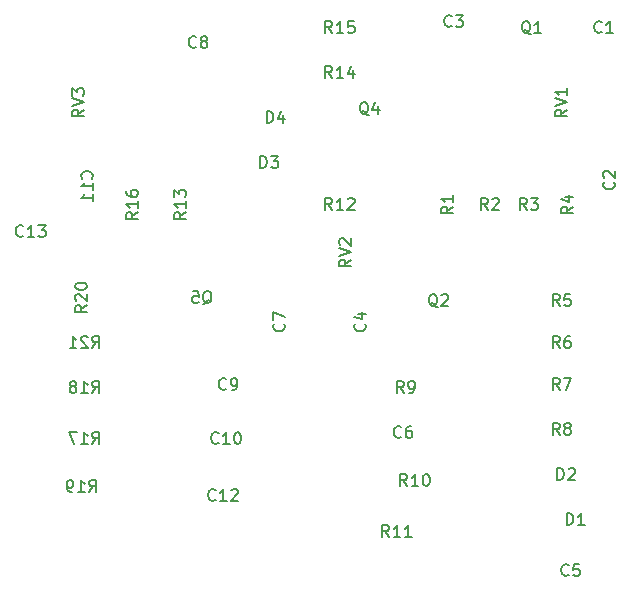
<source format=gbr>
%TF.GenerationSoftware,KiCad,Pcbnew,7.0.11+dfsg-1build4*%
%TF.CreationDate,2025-11-16T21:21:00-05:00*%
%TF.ProjectId,Distortion-01-BMP,44697374-6f72-4746-996f-6e2d30312d42,rev?*%
%TF.SameCoordinates,Original*%
%TF.FileFunction,Legend,Bot*%
%TF.FilePolarity,Positive*%
%FSLAX46Y46*%
G04 Gerber Fmt 4.6, Leading zero omitted, Abs format (unit mm)*
G04 Created by KiCad (PCBNEW 7.0.11+dfsg-1build4) date 2025-11-16 21:21:00*
%MOMM*%
%LPD*%
G01*
G04 APERTURE LIST*
%ADD10C,0.150000*%
G04 APERTURE END LIST*
D10*
X151217333Y-52429580D02*
X151169714Y-52477200D01*
X151169714Y-52477200D02*
X151026857Y-52524819D01*
X151026857Y-52524819D02*
X150931619Y-52524819D01*
X150931619Y-52524819D02*
X150788762Y-52477200D01*
X150788762Y-52477200D02*
X150693524Y-52381961D01*
X150693524Y-52381961D02*
X150645905Y-52286723D01*
X150645905Y-52286723D02*
X150598286Y-52096247D01*
X150598286Y-52096247D02*
X150598286Y-51953390D01*
X150598286Y-51953390D02*
X150645905Y-51762914D01*
X150645905Y-51762914D02*
X150693524Y-51667676D01*
X150693524Y-51667676D02*
X150788762Y-51572438D01*
X150788762Y-51572438D02*
X150931619Y-51524819D01*
X150931619Y-51524819D02*
X151026857Y-51524819D01*
X151026857Y-51524819D02*
X151169714Y-51572438D01*
X151169714Y-51572438D02*
X151217333Y-51620057D01*
X152169714Y-52524819D02*
X151598286Y-52524819D01*
X151884000Y-52524819D02*
X151884000Y-51524819D01*
X151884000Y-51524819D02*
X151788762Y-51667676D01*
X151788762Y-51667676D02*
X151693524Y-51762914D01*
X151693524Y-51762914D02*
X151598286Y-51810533D01*
X152251580Y-65150666D02*
X152299200Y-65198285D01*
X152299200Y-65198285D02*
X152346819Y-65341142D01*
X152346819Y-65341142D02*
X152346819Y-65436380D01*
X152346819Y-65436380D02*
X152299200Y-65579237D01*
X152299200Y-65579237D02*
X152203961Y-65674475D01*
X152203961Y-65674475D02*
X152108723Y-65722094D01*
X152108723Y-65722094D02*
X151918247Y-65769713D01*
X151918247Y-65769713D02*
X151775390Y-65769713D01*
X151775390Y-65769713D02*
X151584914Y-65722094D01*
X151584914Y-65722094D02*
X151489676Y-65674475D01*
X151489676Y-65674475D02*
X151394438Y-65579237D01*
X151394438Y-65579237D02*
X151346819Y-65436380D01*
X151346819Y-65436380D02*
X151346819Y-65341142D01*
X151346819Y-65341142D02*
X151394438Y-65198285D01*
X151394438Y-65198285D02*
X151442057Y-65150666D01*
X151442057Y-64769713D02*
X151394438Y-64722094D01*
X151394438Y-64722094D02*
X151346819Y-64626856D01*
X151346819Y-64626856D02*
X151346819Y-64388761D01*
X151346819Y-64388761D02*
X151394438Y-64293523D01*
X151394438Y-64293523D02*
X151442057Y-64245904D01*
X151442057Y-64245904D02*
X151537295Y-64198285D01*
X151537295Y-64198285D02*
X151632533Y-64198285D01*
X151632533Y-64198285D02*
X151775390Y-64245904D01*
X151775390Y-64245904D02*
X152346819Y-64817332D01*
X152346819Y-64817332D02*
X152346819Y-64198285D01*
X138517333Y-51921580D02*
X138469714Y-51969200D01*
X138469714Y-51969200D02*
X138326857Y-52016819D01*
X138326857Y-52016819D02*
X138231619Y-52016819D01*
X138231619Y-52016819D02*
X138088762Y-51969200D01*
X138088762Y-51969200D02*
X137993524Y-51873961D01*
X137993524Y-51873961D02*
X137945905Y-51778723D01*
X137945905Y-51778723D02*
X137898286Y-51588247D01*
X137898286Y-51588247D02*
X137898286Y-51445390D01*
X137898286Y-51445390D02*
X137945905Y-51254914D01*
X137945905Y-51254914D02*
X137993524Y-51159676D01*
X137993524Y-51159676D02*
X138088762Y-51064438D01*
X138088762Y-51064438D02*
X138231619Y-51016819D01*
X138231619Y-51016819D02*
X138326857Y-51016819D01*
X138326857Y-51016819D02*
X138469714Y-51064438D01*
X138469714Y-51064438D02*
X138517333Y-51112057D01*
X138850667Y-51016819D02*
X139469714Y-51016819D01*
X139469714Y-51016819D02*
X139136381Y-51397771D01*
X139136381Y-51397771D02*
X139279238Y-51397771D01*
X139279238Y-51397771D02*
X139374476Y-51445390D01*
X139374476Y-51445390D02*
X139422095Y-51493009D01*
X139422095Y-51493009D02*
X139469714Y-51588247D01*
X139469714Y-51588247D02*
X139469714Y-51826342D01*
X139469714Y-51826342D02*
X139422095Y-51921580D01*
X139422095Y-51921580D02*
X139374476Y-51969200D01*
X139374476Y-51969200D02*
X139279238Y-52016819D01*
X139279238Y-52016819D02*
X138993524Y-52016819D01*
X138993524Y-52016819D02*
X138898286Y-51969200D01*
X138898286Y-51969200D02*
X138850667Y-51921580D01*
X131169580Y-77144666D02*
X131217200Y-77192285D01*
X131217200Y-77192285D02*
X131264819Y-77335142D01*
X131264819Y-77335142D02*
X131264819Y-77430380D01*
X131264819Y-77430380D02*
X131217200Y-77573237D01*
X131217200Y-77573237D02*
X131121961Y-77668475D01*
X131121961Y-77668475D02*
X131026723Y-77716094D01*
X131026723Y-77716094D02*
X130836247Y-77763713D01*
X130836247Y-77763713D02*
X130693390Y-77763713D01*
X130693390Y-77763713D02*
X130502914Y-77716094D01*
X130502914Y-77716094D02*
X130407676Y-77668475D01*
X130407676Y-77668475D02*
X130312438Y-77573237D01*
X130312438Y-77573237D02*
X130264819Y-77430380D01*
X130264819Y-77430380D02*
X130264819Y-77335142D01*
X130264819Y-77335142D02*
X130312438Y-77192285D01*
X130312438Y-77192285D02*
X130360057Y-77144666D01*
X130598152Y-76287523D02*
X131264819Y-76287523D01*
X130217200Y-76525618D02*
X130931485Y-76763713D01*
X130931485Y-76763713D02*
X130931485Y-76144666D01*
X148423333Y-98403580D02*
X148375714Y-98451200D01*
X148375714Y-98451200D02*
X148232857Y-98498819D01*
X148232857Y-98498819D02*
X148137619Y-98498819D01*
X148137619Y-98498819D02*
X147994762Y-98451200D01*
X147994762Y-98451200D02*
X147899524Y-98355961D01*
X147899524Y-98355961D02*
X147851905Y-98260723D01*
X147851905Y-98260723D02*
X147804286Y-98070247D01*
X147804286Y-98070247D02*
X147804286Y-97927390D01*
X147804286Y-97927390D02*
X147851905Y-97736914D01*
X147851905Y-97736914D02*
X147899524Y-97641676D01*
X147899524Y-97641676D02*
X147994762Y-97546438D01*
X147994762Y-97546438D02*
X148137619Y-97498819D01*
X148137619Y-97498819D02*
X148232857Y-97498819D01*
X148232857Y-97498819D02*
X148375714Y-97546438D01*
X148375714Y-97546438D02*
X148423333Y-97594057D01*
X149328095Y-97498819D02*
X148851905Y-97498819D01*
X148851905Y-97498819D02*
X148804286Y-97975009D01*
X148804286Y-97975009D02*
X148851905Y-97927390D01*
X148851905Y-97927390D02*
X148947143Y-97879771D01*
X148947143Y-97879771D02*
X149185238Y-97879771D01*
X149185238Y-97879771D02*
X149280476Y-97927390D01*
X149280476Y-97927390D02*
X149328095Y-97975009D01*
X149328095Y-97975009D02*
X149375714Y-98070247D01*
X149375714Y-98070247D02*
X149375714Y-98308342D01*
X149375714Y-98308342D02*
X149328095Y-98403580D01*
X149328095Y-98403580D02*
X149280476Y-98451200D01*
X149280476Y-98451200D02*
X149185238Y-98498819D01*
X149185238Y-98498819D02*
X148947143Y-98498819D01*
X148947143Y-98498819D02*
X148851905Y-98451200D01*
X148851905Y-98451200D02*
X148804286Y-98403580D01*
X134239333Y-86719580D02*
X134191714Y-86767200D01*
X134191714Y-86767200D02*
X134048857Y-86814819D01*
X134048857Y-86814819D02*
X133953619Y-86814819D01*
X133953619Y-86814819D02*
X133810762Y-86767200D01*
X133810762Y-86767200D02*
X133715524Y-86671961D01*
X133715524Y-86671961D02*
X133667905Y-86576723D01*
X133667905Y-86576723D02*
X133620286Y-86386247D01*
X133620286Y-86386247D02*
X133620286Y-86243390D01*
X133620286Y-86243390D02*
X133667905Y-86052914D01*
X133667905Y-86052914D02*
X133715524Y-85957676D01*
X133715524Y-85957676D02*
X133810762Y-85862438D01*
X133810762Y-85862438D02*
X133953619Y-85814819D01*
X133953619Y-85814819D02*
X134048857Y-85814819D01*
X134048857Y-85814819D02*
X134191714Y-85862438D01*
X134191714Y-85862438D02*
X134239333Y-85910057D01*
X135096476Y-85814819D02*
X134906000Y-85814819D01*
X134906000Y-85814819D02*
X134810762Y-85862438D01*
X134810762Y-85862438D02*
X134763143Y-85910057D01*
X134763143Y-85910057D02*
X134667905Y-86052914D01*
X134667905Y-86052914D02*
X134620286Y-86243390D01*
X134620286Y-86243390D02*
X134620286Y-86624342D01*
X134620286Y-86624342D02*
X134667905Y-86719580D01*
X134667905Y-86719580D02*
X134715524Y-86767200D01*
X134715524Y-86767200D02*
X134810762Y-86814819D01*
X134810762Y-86814819D02*
X135001238Y-86814819D01*
X135001238Y-86814819D02*
X135096476Y-86767200D01*
X135096476Y-86767200D02*
X135144095Y-86719580D01*
X135144095Y-86719580D02*
X135191714Y-86624342D01*
X135191714Y-86624342D02*
X135191714Y-86386247D01*
X135191714Y-86386247D02*
X135144095Y-86291009D01*
X135144095Y-86291009D02*
X135096476Y-86243390D01*
X135096476Y-86243390D02*
X135001238Y-86195771D01*
X135001238Y-86195771D02*
X134810762Y-86195771D01*
X134810762Y-86195771D02*
X134715524Y-86243390D01*
X134715524Y-86243390D02*
X134667905Y-86291009D01*
X134667905Y-86291009D02*
X134620286Y-86386247D01*
X124311580Y-77144666D02*
X124359200Y-77192285D01*
X124359200Y-77192285D02*
X124406819Y-77335142D01*
X124406819Y-77335142D02*
X124406819Y-77430380D01*
X124406819Y-77430380D02*
X124359200Y-77573237D01*
X124359200Y-77573237D02*
X124263961Y-77668475D01*
X124263961Y-77668475D02*
X124168723Y-77716094D01*
X124168723Y-77716094D02*
X123978247Y-77763713D01*
X123978247Y-77763713D02*
X123835390Y-77763713D01*
X123835390Y-77763713D02*
X123644914Y-77716094D01*
X123644914Y-77716094D02*
X123549676Y-77668475D01*
X123549676Y-77668475D02*
X123454438Y-77573237D01*
X123454438Y-77573237D02*
X123406819Y-77430380D01*
X123406819Y-77430380D02*
X123406819Y-77335142D01*
X123406819Y-77335142D02*
X123454438Y-77192285D01*
X123454438Y-77192285D02*
X123502057Y-77144666D01*
X123406819Y-76811332D02*
X123406819Y-76144666D01*
X123406819Y-76144666D02*
X124406819Y-76573237D01*
X119427333Y-82655580D02*
X119379714Y-82703200D01*
X119379714Y-82703200D02*
X119236857Y-82750819D01*
X119236857Y-82750819D02*
X119141619Y-82750819D01*
X119141619Y-82750819D02*
X118998762Y-82703200D01*
X118998762Y-82703200D02*
X118903524Y-82607961D01*
X118903524Y-82607961D02*
X118855905Y-82512723D01*
X118855905Y-82512723D02*
X118808286Y-82322247D01*
X118808286Y-82322247D02*
X118808286Y-82179390D01*
X118808286Y-82179390D02*
X118855905Y-81988914D01*
X118855905Y-81988914D02*
X118903524Y-81893676D01*
X118903524Y-81893676D02*
X118998762Y-81798438D01*
X118998762Y-81798438D02*
X119141619Y-81750819D01*
X119141619Y-81750819D02*
X119236857Y-81750819D01*
X119236857Y-81750819D02*
X119379714Y-81798438D01*
X119379714Y-81798438D02*
X119427333Y-81846057D01*
X119903524Y-82750819D02*
X120094000Y-82750819D01*
X120094000Y-82750819D02*
X120189238Y-82703200D01*
X120189238Y-82703200D02*
X120236857Y-82655580D01*
X120236857Y-82655580D02*
X120332095Y-82512723D01*
X120332095Y-82512723D02*
X120379714Y-82322247D01*
X120379714Y-82322247D02*
X120379714Y-81941295D01*
X120379714Y-81941295D02*
X120332095Y-81846057D01*
X120332095Y-81846057D02*
X120284476Y-81798438D01*
X120284476Y-81798438D02*
X120189238Y-81750819D01*
X120189238Y-81750819D02*
X119998762Y-81750819D01*
X119998762Y-81750819D02*
X119903524Y-81798438D01*
X119903524Y-81798438D02*
X119855905Y-81846057D01*
X119855905Y-81846057D02*
X119808286Y-81941295D01*
X119808286Y-81941295D02*
X119808286Y-82179390D01*
X119808286Y-82179390D02*
X119855905Y-82274628D01*
X119855905Y-82274628D02*
X119903524Y-82322247D01*
X119903524Y-82322247D02*
X119998762Y-82369866D01*
X119998762Y-82369866D02*
X120189238Y-82369866D01*
X120189238Y-82369866D02*
X120284476Y-82322247D01*
X120284476Y-82322247D02*
X120332095Y-82274628D01*
X120332095Y-82274628D02*
X120379714Y-82179390D01*
X118777142Y-87227580D02*
X118729523Y-87275200D01*
X118729523Y-87275200D02*
X118586666Y-87322819D01*
X118586666Y-87322819D02*
X118491428Y-87322819D01*
X118491428Y-87322819D02*
X118348571Y-87275200D01*
X118348571Y-87275200D02*
X118253333Y-87179961D01*
X118253333Y-87179961D02*
X118205714Y-87084723D01*
X118205714Y-87084723D02*
X118158095Y-86894247D01*
X118158095Y-86894247D02*
X118158095Y-86751390D01*
X118158095Y-86751390D02*
X118205714Y-86560914D01*
X118205714Y-86560914D02*
X118253333Y-86465676D01*
X118253333Y-86465676D02*
X118348571Y-86370438D01*
X118348571Y-86370438D02*
X118491428Y-86322819D01*
X118491428Y-86322819D02*
X118586666Y-86322819D01*
X118586666Y-86322819D02*
X118729523Y-86370438D01*
X118729523Y-86370438D02*
X118777142Y-86418057D01*
X119729523Y-87322819D02*
X119158095Y-87322819D01*
X119443809Y-87322819D02*
X119443809Y-86322819D01*
X119443809Y-86322819D02*
X119348571Y-86465676D01*
X119348571Y-86465676D02*
X119253333Y-86560914D01*
X119253333Y-86560914D02*
X119158095Y-86608533D01*
X120348571Y-86322819D02*
X120443809Y-86322819D01*
X120443809Y-86322819D02*
X120539047Y-86370438D01*
X120539047Y-86370438D02*
X120586666Y-86418057D01*
X120586666Y-86418057D02*
X120634285Y-86513295D01*
X120634285Y-86513295D02*
X120681904Y-86703771D01*
X120681904Y-86703771D02*
X120681904Y-86941866D01*
X120681904Y-86941866D02*
X120634285Y-87132342D01*
X120634285Y-87132342D02*
X120586666Y-87227580D01*
X120586666Y-87227580D02*
X120539047Y-87275200D01*
X120539047Y-87275200D02*
X120443809Y-87322819D01*
X120443809Y-87322819D02*
X120348571Y-87322819D01*
X120348571Y-87322819D02*
X120253333Y-87275200D01*
X120253333Y-87275200D02*
X120205714Y-87227580D01*
X120205714Y-87227580D02*
X120158095Y-87132342D01*
X120158095Y-87132342D02*
X120110476Y-86941866D01*
X120110476Y-86941866D02*
X120110476Y-86703771D01*
X120110476Y-86703771D02*
X120158095Y-86513295D01*
X120158095Y-86513295D02*
X120205714Y-86418057D01*
X120205714Y-86418057D02*
X120253333Y-86370438D01*
X120253333Y-86370438D02*
X120348571Y-86322819D01*
X118523142Y-92053580D02*
X118475523Y-92101200D01*
X118475523Y-92101200D02*
X118332666Y-92148819D01*
X118332666Y-92148819D02*
X118237428Y-92148819D01*
X118237428Y-92148819D02*
X118094571Y-92101200D01*
X118094571Y-92101200D02*
X117999333Y-92005961D01*
X117999333Y-92005961D02*
X117951714Y-91910723D01*
X117951714Y-91910723D02*
X117904095Y-91720247D01*
X117904095Y-91720247D02*
X117904095Y-91577390D01*
X117904095Y-91577390D02*
X117951714Y-91386914D01*
X117951714Y-91386914D02*
X117999333Y-91291676D01*
X117999333Y-91291676D02*
X118094571Y-91196438D01*
X118094571Y-91196438D02*
X118237428Y-91148819D01*
X118237428Y-91148819D02*
X118332666Y-91148819D01*
X118332666Y-91148819D02*
X118475523Y-91196438D01*
X118475523Y-91196438D02*
X118523142Y-91244057D01*
X119475523Y-92148819D02*
X118904095Y-92148819D01*
X119189809Y-92148819D02*
X119189809Y-91148819D01*
X119189809Y-91148819D02*
X119094571Y-91291676D01*
X119094571Y-91291676D02*
X118999333Y-91386914D01*
X118999333Y-91386914D02*
X118904095Y-91434533D01*
X119856476Y-91244057D02*
X119904095Y-91196438D01*
X119904095Y-91196438D02*
X119999333Y-91148819D01*
X119999333Y-91148819D02*
X120237428Y-91148819D01*
X120237428Y-91148819D02*
X120332666Y-91196438D01*
X120332666Y-91196438D02*
X120380285Y-91244057D01*
X120380285Y-91244057D02*
X120427904Y-91339295D01*
X120427904Y-91339295D02*
X120427904Y-91434533D01*
X120427904Y-91434533D02*
X120380285Y-91577390D01*
X120380285Y-91577390D02*
X119808857Y-92148819D01*
X119808857Y-92148819D02*
X120427904Y-92148819D01*
X102243142Y-69701580D02*
X102195523Y-69749200D01*
X102195523Y-69749200D02*
X102052666Y-69796819D01*
X102052666Y-69796819D02*
X101957428Y-69796819D01*
X101957428Y-69796819D02*
X101814571Y-69749200D01*
X101814571Y-69749200D02*
X101719333Y-69653961D01*
X101719333Y-69653961D02*
X101671714Y-69558723D01*
X101671714Y-69558723D02*
X101624095Y-69368247D01*
X101624095Y-69368247D02*
X101624095Y-69225390D01*
X101624095Y-69225390D02*
X101671714Y-69034914D01*
X101671714Y-69034914D02*
X101719333Y-68939676D01*
X101719333Y-68939676D02*
X101814571Y-68844438D01*
X101814571Y-68844438D02*
X101957428Y-68796819D01*
X101957428Y-68796819D02*
X102052666Y-68796819D01*
X102052666Y-68796819D02*
X102195523Y-68844438D01*
X102195523Y-68844438D02*
X102243142Y-68892057D01*
X103195523Y-69796819D02*
X102624095Y-69796819D01*
X102909809Y-69796819D02*
X102909809Y-68796819D01*
X102909809Y-68796819D02*
X102814571Y-68939676D01*
X102814571Y-68939676D02*
X102719333Y-69034914D01*
X102719333Y-69034914D02*
X102624095Y-69082533D01*
X103528857Y-68796819D02*
X104147904Y-68796819D01*
X104147904Y-68796819D02*
X103814571Y-69177771D01*
X103814571Y-69177771D02*
X103957428Y-69177771D01*
X103957428Y-69177771D02*
X104052666Y-69225390D01*
X104052666Y-69225390D02*
X104100285Y-69273009D01*
X104100285Y-69273009D02*
X104147904Y-69368247D01*
X104147904Y-69368247D02*
X104147904Y-69606342D01*
X104147904Y-69606342D02*
X104100285Y-69701580D01*
X104100285Y-69701580D02*
X104052666Y-69749200D01*
X104052666Y-69749200D02*
X103957428Y-69796819D01*
X103957428Y-69796819D02*
X103671714Y-69796819D01*
X103671714Y-69796819D02*
X103576476Y-69749200D01*
X103576476Y-69749200D02*
X103528857Y-69701580D01*
X148241905Y-94180819D02*
X148241905Y-93180819D01*
X148241905Y-93180819D02*
X148480000Y-93180819D01*
X148480000Y-93180819D02*
X148622857Y-93228438D01*
X148622857Y-93228438D02*
X148718095Y-93323676D01*
X148718095Y-93323676D02*
X148765714Y-93418914D01*
X148765714Y-93418914D02*
X148813333Y-93609390D01*
X148813333Y-93609390D02*
X148813333Y-93752247D01*
X148813333Y-93752247D02*
X148765714Y-93942723D01*
X148765714Y-93942723D02*
X148718095Y-94037961D01*
X148718095Y-94037961D02*
X148622857Y-94133200D01*
X148622857Y-94133200D02*
X148480000Y-94180819D01*
X148480000Y-94180819D02*
X148241905Y-94180819D01*
X149765714Y-94180819D02*
X149194286Y-94180819D01*
X149480000Y-94180819D02*
X149480000Y-93180819D01*
X149480000Y-93180819D02*
X149384762Y-93323676D01*
X149384762Y-93323676D02*
X149289524Y-93418914D01*
X149289524Y-93418914D02*
X149194286Y-93466533D01*
X147461905Y-90370819D02*
X147461905Y-89370819D01*
X147461905Y-89370819D02*
X147700000Y-89370819D01*
X147700000Y-89370819D02*
X147842857Y-89418438D01*
X147842857Y-89418438D02*
X147938095Y-89513676D01*
X147938095Y-89513676D02*
X147985714Y-89608914D01*
X147985714Y-89608914D02*
X148033333Y-89799390D01*
X148033333Y-89799390D02*
X148033333Y-89942247D01*
X148033333Y-89942247D02*
X147985714Y-90132723D01*
X147985714Y-90132723D02*
X147938095Y-90227961D01*
X147938095Y-90227961D02*
X147842857Y-90323200D01*
X147842857Y-90323200D02*
X147700000Y-90370819D01*
X147700000Y-90370819D02*
X147461905Y-90370819D01*
X148414286Y-89466057D02*
X148461905Y-89418438D01*
X148461905Y-89418438D02*
X148557143Y-89370819D01*
X148557143Y-89370819D02*
X148795238Y-89370819D01*
X148795238Y-89370819D02*
X148890476Y-89418438D01*
X148890476Y-89418438D02*
X148938095Y-89466057D01*
X148938095Y-89466057D02*
X148985714Y-89561295D01*
X148985714Y-89561295D02*
X148985714Y-89656533D01*
X148985714Y-89656533D02*
X148938095Y-89799390D01*
X148938095Y-89799390D02*
X148366667Y-90370819D01*
X148366667Y-90370819D02*
X148985714Y-90370819D01*
X122315905Y-63954819D02*
X122315905Y-62954819D01*
X122315905Y-62954819D02*
X122554000Y-62954819D01*
X122554000Y-62954819D02*
X122696857Y-63002438D01*
X122696857Y-63002438D02*
X122792095Y-63097676D01*
X122792095Y-63097676D02*
X122839714Y-63192914D01*
X122839714Y-63192914D02*
X122887333Y-63383390D01*
X122887333Y-63383390D02*
X122887333Y-63526247D01*
X122887333Y-63526247D02*
X122839714Y-63716723D01*
X122839714Y-63716723D02*
X122792095Y-63811961D01*
X122792095Y-63811961D02*
X122696857Y-63907200D01*
X122696857Y-63907200D02*
X122554000Y-63954819D01*
X122554000Y-63954819D02*
X122315905Y-63954819D01*
X123220667Y-62954819D02*
X123839714Y-62954819D01*
X123839714Y-62954819D02*
X123506381Y-63335771D01*
X123506381Y-63335771D02*
X123649238Y-63335771D01*
X123649238Y-63335771D02*
X123744476Y-63383390D01*
X123744476Y-63383390D02*
X123792095Y-63431009D01*
X123792095Y-63431009D02*
X123839714Y-63526247D01*
X123839714Y-63526247D02*
X123839714Y-63764342D01*
X123839714Y-63764342D02*
X123792095Y-63859580D01*
X123792095Y-63859580D02*
X123744476Y-63907200D01*
X123744476Y-63907200D02*
X123649238Y-63954819D01*
X123649238Y-63954819D02*
X123363524Y-63954819D01*
X123363524Y-63954819D02*
X123268286Y-63907200D01*
X123268286Y-63907200D02*
X123220667Y-63859580D01*
X122841905Y-60144819D02*
X122841905Y-59144819D01*
X122841905Y-59144819D02*
X123080000Y-59144819D01*
X123080000Y-59144819D02*
X123222857Y-59192438D01*
X123222857Y-59192438D02*
X123318095Y-59287676D01*
X123318095Y-59287676D02*
X123365714Y-59382914D01*
X123365714Y-59382914D02*
X123413333Y-59573390D01*
X123413333Y-59573390D02*
X123413333Y-59716247D01*
X123413333Y-59716247D02*
X123365714Y-59906723D01*
X123365714Y-59906723D02*
X123318095Y-60001961D01*
X123318095Y-60001961D02*
X123222857Y-60097200D01*
X123222857Y-60097200D02*
X123080000Y-60144819D01*
X123080000Y-60144819D02*
X122841905Y-60144819D01*
X124270476Y-59478152D02*
X124270476Y-60144819D01*
X124032381Y-59097200D02*
X123794286Y-59811485D01*
X123794286Y-59811485D02*
X124413333Y-59811485D01*
X145192761Y-52620057D02*
X145097523Y-52572438D01*
X145097523Y-52572438D02*
X145002285Y-52477200D01*
X145002285Y-52477200D02*
X144859428Y-52334342D01*
X144859428Y-52334342D02*
X144764190Y-52286723D01*
X144764190Y-52286723D02*
X144668952Y-52286723D01*
X144716571Y-52524819D02*
X144621333Y-52477200D01*
X144621333Y-52477200D02*
X144526095Y-52381961D01*
X144526095Y-52381961D02*
X144478476Y-52191485D01*
X144478476Y-52191485D02*
X144478476Y-51858152D01*
X144478476Y-51858152D02*
X144526095Y-51667676D01*
X144526095Y-51667676D02*
X144621333Y-51572438D01*
X144621333Y-51572438D02*
X144716571Y-51524819D01*
X144716571Y-51524819D02*
X144907047Y-51524819D01*
X144907047Y-51524819D02*
X145002285Y-51572438D01*
X145002285Y-51572438D02*
X145097523Y-51667676D01*
X145097523Y-51667676D02*
X145145142Y-51858152D01*
X145145142Y-51858152D02*
X145145142Y-52191485D01*
X145145142Y-52191485D02*
X145097523Y-52381961D01*
X145097523Y-52381961D02*
X145002285Y-52477200D01*
X145002285Y-52477200D02*
X144907047Y-52524819D01*
X144907047Y-52524819D02*
X144716571Y-52524819D01*
X146097523Y-52524819D02*
X145526095Y-52524819D01*
X145811809Y-52524819D02*
X145811809Y-51524819D01*
X145811809Y-51524819D02*
X145716571Y-51667676D01*
X145716571Y-51667676D02*
X145621333Y-51762914D01*
X145621333Y-51762914D02*
X145526095Y-51810533D01*
X137318761Y-75734057D02*
X137223523Y-75686438D01*
X137223523Y-75686438D02*
X137128285Y-75591200D01*
X137128285Y-75591200D02*
X136985428Y-75448342D01*
X136985428Y-75448342D02*
X136890190Y-75400723D01*
X136890190Y-75400723D02*
X136794952Y-75400723D01*
X136842571Y-75638819D02*
X136747333Y-75591200D01*
X136747333Y-75591200D02*
X136652095Y-75495961D01*
X136652095Y-75495961D02*
X136604476Y-75305485D01*
X136604476Y-75305485D02*
X136604476Y-74972152D01*
X136604476Y-74972152D02*
X136652095Y-74781676D01*
X136652095Y-74781676D02*
X136747333Y-74686438D01*
X136747333Y-74686438D02*
X136842571Y-74638819D01*
X136842571Y-74638819D02*
X137033047Y-74638819D01*
X137033047Y-74638819D02*
X137128285Y-74686438D01*
X137128285Y-74686438D02*
X137223523Y-74781676D01*
X137223523Y-74781676D02*
X137271142Y-74972152D01*
X137271142Y-74972152D02*
X137271142Y-75305485D01*
X137271142Y-75305485D02*
X137223523Y-75495961D01*
X137223523Y-75495961D02*
X137128285Y-75591200D01*
X137128285Y-75591200D02*
X137033047Y-75638819D01*
X137033047Y-75638819D02*
X136842571Y-75638819D01*
X137652095Y-74734057D02*
X137699714Y-74686438D01*
X137699714Y-74686438D02*
X137794952Y-74638819D01*
X137794952Y-74638819D02*
X138033047Y-74638819D01*
X138033047Y-74638819D02*
X138128285Y-74686438D01*
X138128285Y-74686438D02*
X138175904Y-74734057D01*
X138175904Y-74734057D02*
X138223523Y-74829295D01*
X138223523Y-74829295D02*
X138223523Y-74924533D01*
X138223523Y-74924533D02*
X138175904Y-75067390D01*
X138175904Y-75067390D02*
X137604476Y-75638819D01*
X137604476Y-75638819D02*
X138223523Y-75638819D01*
X131476761Y-59478057D02*
X131381523Y-59430438D01*
X131381523Y-59430438D02*
X131286285Y-59335200D01*
X131286285Y-59335200D02*
X131143428Y-59192342D01*
X131143428Y-59192342D02*
X131048190Y-59144723D01*
X131048190Y-59144723D02*
X130952952Y-59144723D01*
X131000571Y-59382819D02*
X130905333Y-59335200D01*
X130905333Y-59335200D02*
X130810095Y-59239961D01*
X130810095Y-59239961D02*
X130762476Y-59049485D01*
X130762476Y-59049485D02*
X130762476Y-58716152D01*
X130762476Y-58716152D02*
X130810095Y-58525676D01*
X130810095Y-58525676D02*
X130905333Y-58430438D01*
X130905333Y-58430438D02*
X131000571Y-58382819D01*
X131000571Y-58382819D02*
X131191047Y-58382819D01*
X131191047Y-58382819D02*
X131286285Y-58430438D01*
X131286285Y-58430438D02*
X131381523Y-58525676D01*
X131381523Y-58525676D02*
X131429142Y-58716152D01*
X131429142Y-58716152D02*
X131429142Y-59049485D01*
X131429142Y-59049485D02*
X131381523Y-59239961D01*
X131381523Y-59239961D02*
X131286285Y-59335200D01*
X131286285Y-59335200D02*
X131191047Y-59382819D01*
X131191047Y-59382819D02*
X131000571Y-59382819D01*
X132286285Y-58716152D02*
X132286285Y-59382819D01*
X132048190Y-58335200D02*
X131810095Y-59049485D01*
X131810095Y-59049485D02*
X132429142Y-59049485D01*
X117443238Y-75480057D02*
X117538476Y-75432438D01*
X117538476Y-75432438D02*
X117633714Y-75337200D01*
X117633714Y-75337200D02*
X117776571Y-75194342D01*
X117776571Y-75194342D02*
X117871809Y-75146723D01*
X117871809Y-75146723D02*
X117967047Y-75146723D01*
X117919428Y-75384819D02*
X118014666Y-75337200D01*
X118014666Y-75337200D02*
X118109904Y-75241961D01*
X118109904Y-75241961D02*
X118157523Y-75051485D01*
X118157523Y-75051485D02*
X118157523Y-74718152D01*
X118157523Y-74718152D02*
X118109904Y-74527676D01*
X118109904Y-74527676D02*
X118014666Y-74432438D01*
X118014666Y-74432438D02*
X117919428Y-74384819D01*
X117919428Y-74384819D02*
X117728952Y-74384819D01*
X117728952Y-74384819D02*
X117633714Y-74432438D01*
X117633714Y-74432438D02*
X117538476Y-74527676D01*
X117538476Y-74527676D02*
X117490857Y-74718152D01*
X117490857Y-74718152D02*
X117490857Y-75051485D01*
X117490857Y-75051485D02*
X117538476Y-75241961D01*
X117538476Y-75241961D02*
X117633714Y-75337200D01*
X117633714Y-75337200D02*
X117728952Y-75384819D01*
X117728952Y-75384819D02*
X117919428Y-75384819D01*
X116586095Y-74384819D02*
X117062285Y-74384819D01*
X117062285Y-74384819D02*
X117109904Y-74861009D01*
X117109904Y-74861009D02*
X117062285Y-74813390D01*
X117062285Y-74813390D02*
X116967047Y-74765771D01*
X116967047Y-74765771D02*
X116728952Y-74765771D01*
X116728952Y-74765771D02*
X116633714Y-74813390D01*
X116633714Y-74813390D02*
X116586095Y-74861009D01*
X116586095Y-74861009D02*
X116538476Y-74956247D01*
X116538476Y-74956247D02*
X116538476Y-75194342D01*
X116538476Y-75194342D02*
X116586095Y-75289580D01*
X116586095Y-75289580D02*
X116633714Y-75337200D01*
X116633714Y-75337200D02*
X116728952Y-75384819D01*
X116728952Y-75384819D02*
X116967047Y-75384819D01*
X116967047Y-75384819D02*
X117062285Y-75337200D01*
X117062285Y-75337200D02*
X117109904Y-75289580D01*
X138630819Y-67222666D02*
X138154628Y-67555999D01*
X138630819Y-67794094D02*
X137630819Y-67794094D01*
X137630819Y-67794094D02*
X137630819Y-67413142D01*
X137630819Y-67413142D02*
X137678438Y-67317904D01*
X137678438Y-67317904D02*
X137726057Y-67270285D01*
X137726057Y-67270285D02*
X137821295Y-67222666D01*
X137821295Y-67222666D02*
X137964152Y-67222666D01*
X137964152Y-67222666D02*
X138059390Y-67270285D01*
X138059390Y-67270285D02*
X138107009Y-67317904D01*
X138107009Y-67317904D02*
X138154628Y-67413142D01*
X138154628Y-67413142D02*
X138154628Y-67794094D01*
X138630819Y-66270285D02*
X138630819Y-66841713D01*
X138630819Y-66555999D02*
X137630819Y-66555999D01*
X137630819Y-66555999D02*
X137773676Y-66651237D01*
X137773676Y-66651237D02*
X137868914Y-66746475D01*
X137868914Y-66746475D02*
X137916533Y-66841713D01*
X141565333Y-67510819D02*
X141232000Y-67034628D01*
X140993905Y-67510819D02*
X140993905Y-66510819D01*
X140993905Y-66510819D02*
X141374857Y-66510819D01*
X141374857Y-66510819D02*
X141470095Y-66558438D01*
X141470095Y-66558438D02*
X141517714Y-66606057D01*
X141517714Y-66606057D02*
X141565333Y-66701295D01*
X141565333Y-66701295D02*
X141565333Y-66844152D01*
X141565333Y-66844152D02*
X141517714Y-66939390D01*
X141517714Y-66939390D02*
X141470095Y-66987009D01*
X141470095Y-66987009D02*
X141374857Y-67034628D01*
X141374857Y-67034628D02*
X140993905Y-67034628D01*
X141946286Y-66606057D02*
X141993905Y-66558438D01*
X141993905Y-66558438D02*
X142089143Y-66510819D01*
X142089143Y-66510819D02*
X142327238Y-66510819D01*
X142327238Y-66510819D02*
X142422476Y-66558438D01*
X142422476Y-66558438D02*
X142470095Y-66606057D01*
X142470095Y-66606057D02*
X142517714Y-66701295D01*
X142517714Y-66701295D02*
X142517714Y-66796533D01*
X142517714Y-66796533D02*
X142470095Y-66939390D01*
X142470095Y-66939390D02*
X141898667Y-67510819D01*
X141898667Y-67510819D02*
X142517714Y-67510819D01*
X144867333Y-67510819D02*
X144534000Y-67034628D01*
X144295905Y-67510819D02*
X144295905Y-66510819D01*
X144295905Y-66510819D02*
X144676857Y-66510819D01*
X144676857Y-66510819D02*
X144772095Y-66558438D01*
X144772095Y-66558438D02*
X144819714Y-66606057D01*
X144819714Y-66606057D02*
X144867333Y-66701295D01*
X144867333Y-66701295D02*
X144867333Y-66844152D01*
X144867333Y-66844152D02*
X144819714Y-66939390D01*
X144819714Y-66939390D02*
X144772095Y-66987009D01*
X144772095Y-66987009D02*
X144676857Y-67034628D01*
X144676857Y-67034628D02*
X144295905Y-67034628D01*
X145200667Y-66510819D02*
X145819714Y-66510819D01*
X145819714Y-66510819D02*
X145486381Y-66891771D01*
X145486381Y-66891771D02*
X145629238Y-66891771D01*
X145629238Y-66891771D02*
X145724476Y-66939390D01*
X145724476Y-66939390D02*
X145772095Y-66987009D01*
X145772095Y-66987009D02*
X145819714Y-67082247D01*
X145819714Y-67082247D02*
X145819714Y-67320342D01*
X145819714Y-67320342D02*
X145772095Y-67415580D01*
X145772095Y-67415580D02*
X145724476Y-67463200D01*
X145724476Y-67463200D02*
X145629238Y-67510819D01*
X145629238Y-67510819D02*
X145343524Y-67510819D01*
X145343524Y-67510819D02*
X145248286Y-67463200D01*
X145248286Y-67463200D02*
X145200667Y-67415580D01*
X148790819Y-67222666D02*
X148314628Y-67555999D01*
X148790819Y-67794094D02*
X147790819Y-67794094D01*
X147790819Y-67794094D02*
X147790819Y-67413142D01*
X147790819Y-67413142D02*
X147838438Y-67317904D01*
X147838438Y-67317904D02*
X147886057Y-67270285D01*
X147886057Y-67270285D02*
X147981295Y-67222666D01*
X147981295Y-67222666D02*
X148124152Y-67222666D01*
X148124152Y-67222666D02*
X148219390Y-67270285D01*
X148219390Y-67270285D02*
X148267009Y-67317904D01*
X148267009Y-67317904D02*
X148314628Y-67413142D01*
X148314628Y-67413142D02*
X148314628Y-67794094D01*
X148124152Y-66365523D02*
X148790819Y-66365523D01*
X147743200Y-66603618D02*
X148457485Y-66841713D01*
X148457485Y-66841713D02*
X148457485Y-66222666D01*
X147661333Y-75638819D02*
X147328000Y-75162628D01*
X147089905Y-75638819D02*
X147089905Y-74638819D01*
X147089905Y-74638819D02*
X147470857Y-74638819D01*
X147470857Y-74638819D02*
X147566095Y-74686438D01*
X147566095Y-74686438D02*
X147613714Y-74734057D01*
X147613714Y-74734057D02*
X147661333Y-74829295D01*
X147661333Y-74829295D02*
X147661333Y-74972152D01*
X147661333Y-74972152D02*
X147613714Y-75067390D01*
X147613714Y-75067390D02*
X147566095Y-75115009D01*
X147566095Y-75115009D02*
X147470857Y-75162628D01*
X147470857Y-75162628D02*
X147089905Y-75162628D01*
X148566095Y-74638819D02*
X148089905Y-74638819D01*
X148089905Y-74638819D02*
X148042286Y-75115009D01*
X148042286Y-75115009D02*
X148089905Y-75067390D01*
X148089905Y-75067390D02*
X148185143Y-75019771D01*
X148185143Y-75019771D02*
X148423238Y-75019771D01*
X148423238Y-75019771D02*
X148518476Y-75067390D01*
X148518476Y-75067390D02*
X148566095Y-75115009D01*
X148566095Y-75115009D02*
X148613714Y-75210247D01*
X148613714Y-75210247D02*
X148613714Y-75448342D01*
X148613714Y-75448342D02*
X148566095Y-75543580D01*
X148566095Y-75543580D02*
X148518476Y-75591200D01*
X148518476Y-75591200D02*
X148423238Y-75638819D01*
X148423238Y-75638819D02*
X148185143Y-75638819D01*
X148185143Y-75638819D02*
X148089905Y-75591200D01*
X148089905Y-75591200D02*
X148042286Y-75543580D01*
X147661333Y-79194819D02*
X147328000Y-78718628D01*
X147089905Y-79194819D02*
X147089905Y-78194819D01*
X147089905Y-78194819D02*
X147470857Y-78194819D01*
X147470857Y-78194819D02*
X147566095Y-78242438D01*
X147566095Y-78242438D02*
X147613714Y-78290057D01*
X147613714Y-78290057D02*
X147661333Y-78385295D01*
X147661333Y-78385295D02*
X147661333Y-78528152D01*
X147661333Y-78528152D02*
X147613714Y-78623390D01*
X147613714Y-78623390D02*
X147566095Y-78671009D01*
X147566095Y-78671009D02*
X147470857Y-78718628D01*
X147470857Y-78718628D02*
X147089905Y-78718628D01*
X148518476Y-78194819D02*
X148328000Y-78194819D01*
X148328000Y-78194819D02*
X148232762Y-78242438D01*
X148232762Y-78242438D02*
X148185143Y-78290057D01*
X148185143Y-78290057D02*
X148089905Y-78432914D01*
X148089905Y-78432914D02*
X148042286Y-78623390D01*
X148042286Y-78623390D02*
X148042286Y-79004342D01*
X148042286Y-79004342D02*
X148089905Y-79099580D01*
X148089905Y-79099580D02*
X148137524Y-79147200D01*
X148137524Y-79147200D02*
X148232762Y-79194819D01*
X148232762Y-79194819D02*
X148423238Y-79194819D01*
X148423238Y-79194819D02*
X148518476Y-79147200D01*
X148518476Y-79147200D02*
X148566095Y-79099580D01*
X148566095Y-79099580D02*
X148613714Y-79004342D01*
X148613714Y-79004342D02*
X148613714Y-78766247D01*
X148613714Y-78766247D02*
X148566095Y-78671009D01*
X148566095Y-78671009D02*
X148518476Y-78623390D01*
X148518476Y-78623390D02*
X148423238Y-78575771D01*
X148423238Y-78575771D02*
X148232762Y-78575771D01*
X148232762Y-78575771D02*
X148137524Y-78623390D01*
X148137524Y-78623390D02*
X148089905Y-78671009D01*
X148089905Y-78671009D02*
X148042286Y-78766247D01*
X147661333Y-82750819D02*
X147328000Y-82274628D01*
X147089905Y-82750819D02*
X147089905Y-81750819D01*
X147089905Y-81750819D02*
X147470857Y-81750819D01*
X147470857Y-81750819D02*
X147566095Y-81798438D01*
X147566095Y-81798438D02*
X147613714Y-81846057D01*
X147613714Y-81846057D02*
X147661333Y-81941295D01*
X147661333Y-81941295D02*
X147661333Y-82084152D01*
X147661333Y-82084152D02*
X147613714Y-82179390D01*
X147613714Y-82179390D02*
X147566095Y-82227009D01*
X147566095Y-82227009D02*
X147470857Y-82274628D01*
X147470857Y-82274628D02*
X147089905Y-82274628D01*
X147994667Y-81750819D02*
X148661333Y-81750819D01*
X148661333Y-81750819D02*
X148232762Y-82750819D01*
X147661333Y-86560819D02*
X147328000Y-86084628D01*
X147089905Y-86560819D02*
X147089905Y-85560819D01*
X147089905Y-85560819D02*
X147470857Y-85560819D01*
X147470857Y-85560819D02*
X147566095Y-85608438D01*
X147566095Y-85608438D02*
X147613714Y-85656057D01*
X147613714Y-85656057D02*
X147661333Y-85751295D01*
X147661333Y-85751295D02*
X147661333Y-85894152D01*
X147661333Y-85894152D02*
X147613714Y-85989390D01*
X147613714Y-85989390D02*
X147566095Y-86037009D01*
X147566095Y-86037009D02*
X147470857Y-86084628D01*
X147470857Y-86084628D02*
X147089905Y-86084628D01*
X148232762Y-85989390D02*
X148137524Y-85941771D01*
X148137524Y-85941771D02*
X148089905Y-85894152D01*
X148089905Y-85894152D02*
X148042286Y-85798914D01*
X148042286Y-85798914D02*
X148042286Y-85751295D01*
X148042286Y-85751295D02*
X148089905Y-85656057D01*
X148089905Y-85656057D02*
X148137524Y-85608438D01*
X148137524Y-85608438D02*
X148232762Y-85560819D01*
X148232762Y-85560819D02*
X148423238Y-85560819D01*
X148423238Y-85560819D02*
X148518476Y-85608438D01*
X148518476Y-85608438D02*
X148566095Y-85656057D01*
X148566095Y-85656057D02*
X148613714Y-85751295D01*
X148613714Y-85751295D02*
X148613714Y-85798914D01*
X148613714Y-85798914D02*
X148566095Y-85894152D01*
X148566095Y-85894152D02*
X148518476Y-85941771D01*
X148518476Y-85941771D02*
X148423238Y-85989390D01*
X148423238Y-85989390D02*
X148232762Y-85989390D01*
X148232762Y-85989390D02*
X148137524Y-86037009D01*
X148137524Y-86037009D02*
X148089905Y-86084628D01*
X148089905Y-86084628D02*
X148042286Y-86179866D01*
X148042286Y-86179866D02*
X148042286Y-86370342D01*
X148042286Y-86370342D02*
X148089905Y-86465580D01*
X148089905Y-86465580D02*
X148137524Y-86513200D01*
X148137524Y-86513200D02*
X148232762Y-86560819D01*
X148232762Y-86560819D02*
X148423238Y-86560819D01*
X148423238Y-86560819D02*
X148518476Y-86513200D01*
X148518476Y-86513200D02*
X148566095Y-86465580D01*
X148566095Y-86465580D02*
X148613714Y-86370342D01*
X148613714Y-86370342D02*
X148613714Y-86179866D01*
X148613714Y-86179866D02*
X148566095Y-86084628D01*
X148566095Y-86084628D02*
X148518476Y-86037009D01*
X148518476Y-86037009D02*
X148423238Y-85989390D01*
X134453333Y-83004819D02*
X134120000Y-82528628D01*
X133881905Y-83004819D02*
X133881905Y-82004819D01*
X133881905Y-82004819D02*
X134262857Y-82004819D01*
X134262857Y-82004819D02*
X134358095Y-82052438D01*
X134358095Y-82052438D02*
X134405714Y-82100057D01*
X134405714Y-82100057D02*
X134453333Y-82195295D01*
X134453333Y-82195295D02*
X134453333Y-82338152D01*
X134453333Y-82338152D02*
X134405714Y-82433390D01*
X134405714Y-82433390D02*
X134358095Y-82481009D01*
X134358095Y-82481009D02*
X134262857Y-82528628D01*
X134262857Y-82528628D02*
X133881905Y-82528628D01*
X134929524Y-83004819D02*
X135120000Y-83004819D01*
X135120000Y-83004819D02*
X135215238Y-82957200D01*
X135215238Y-82957200D02*
X135262857Y-82909580D01*
X135262857Y-82909580D02*
X135358095Y-82766723D01*
X135358095Y-82766723D02*
X135405714Y-82576247D01*
X135405714Y-82576247D02*
X135405714Y-82195295D01*
X135405714Y-82195295D02*
X135358095Y-82100057D01*
X135358095Y-82100057D02*
X135310476Y-82052438D01*
X135310476Y-82052438D02*
X135215238Y-82004819D01*
X135215238Y-82004819D02*
X135024762Y-82004819D01*
X135024762Y-82004819D02*
X134929524Y-82052438D01*
X134929524Y-82052438D02*
X134881905Y-82100057D01*
X134881905Y-82100057D02*
X134834286Y-82195295D01*
X134834286Y-82195295D02*
X134834286Y-82433390D01*
X134834286Y-82433390D02*
X134881905Y-82528628D01*
X134881905Y-82528628D02*
X134929524Y-82576247D01*
X134929524Y-82576247D02*
X135024762Y-82623866D01*
X135024762Y-82623866D02*
X135215238Y-82623866D01*
X135215238Y-82623866D02*
X135310476Y-82576247D01*
X135310476Y-82576247D02*
X135358095Y-82528628D01*
X135358095Y-82528628D02*
X135405714Y-82433390D01*
X134739142Y-90878819D02*
X134405809Y-90402628D01*
X134167714Y-90878819D02*
X134167714Y-89878819D01*
X134167714Y-89878819D02*
X134548666Y-89878819D01*
X134548666Y-89878819D02*
X134643904Y-89926438D01*
X134643904Y-89926438D02*
X134691523Y-89974057D01*
X134691523Y-89974057D02*
X134739142Y-90069295D01*
X134739142Y-90069295D02*
X134739142Y-90212152D01*
X134739142Y-90212152D02*
X134691523Y-90307390D01*
X134691523Y-90307390D02*
X134643904Y-90355009D01*
X134643904Y-90355009D02*
X134548666Y-90402628D01*
X134548666Y-90402628D02*
X134167714Y-90402628D01*
X135691523Y-90878819D02*
X135120095Y-90878819D01*
X135405809Y-90878819D02*
X135405809Y-89878819D01*
X135405809Y-89878819D02*
X135310571Y-90021676D01*
X135310571Y-90021676D02*
X135215333Y-90116914D01*
X135215333Y-90116914D02*
X135120095Y-90164533D01*
X136310571Y-89878819D02*
X136405809Y-89878819D01*
X136405809Y-89878819D02*
X136501047Y-89926438D01*
X136501047Y-89926438D02*
X136548666Y-89974057D01*
X136548666Y-89974057D02*
X136596285Y-90069295D01*
X136596285Y-90069295D02*
X136643904Y-90259771D01*
X136643904Y-90259771D02*
X136643904Y-90497866D01*
X136643904Y-90497866D02*
X136596285Y-90688342D01*
X136596285Y-90688342D02*
X136548666Y-90783580D01*
X136548666Y-90783580D02*
X136501047Y-90831200D01*
X136501047Y-90831200D02*
X136405809Y-90878819D01*
X136405809Y-90878819D02*
X136310571Y-90878819D01*
X136310571Y-90878819D02*
X136215333Y-90831200D01*
X136215333Y-90831200D02*
X136167714Y-90783580D01*
X136167714Y-90783580D02*
X136120095Y-90688342D01*
X136120095Y-90688342D02*
X136072476Y-90497866D01*
X136072476Y-90497866D02*
X136072476Y-90259771D01*
X136072476Y-90259771D02*
X136120095Y-90069295D01*
X136120095Y-90069295D02*
X136167714Y-89974057D01*
X136167714Y-89974057D02*
X136215333Y-89926438D01*
X136215333Y-89926438D02*
X136310571Y-89878819D01*
X133215142Y-95196819D02*
X132881809Y-94720628D01*
X132643714Y-95196819D02*
X132643714Y-94196819D01*
X132643714Y-94196819D02*
X133024666Y-94196819D01*
X133024666Y-94196819D02*
X133119904Y-94244438D01*
X133119904Y-94244438D02*
X133167523Y-94292057D01*
X133167523Y-94292057D02*
X133215142Y-94387295D01*
X133215142Y-94387295D02*
X133215142Y-94530152D01*
X133215142Y-94530152D02*
X133167523Y-94625390D01*
X133167523Y-94625390D02*
X133119904Y-94673009D01*
X133119904Y-94673009D02*
X133024666Y-94720628D01*
X133024666Y-94720628D02*
X132643714Y-94720628D01*
X134167523Y-95196819D02*
X133596095Y-95196819D01*
X133881809Y-95196819D02*
X133881809Y-94196819D01*
X133881809Y-94196819D02*
X133786571Y-94339676D01*
X133786571Y-94339676D02*
X133691333Y-94434914D01*
X133691333Y-94434914D02*
X133596095Y-94482533D01*
X135119904Y-95196819D02*
X134548476Y-95196819D01*
X134834190Y-95196819D02*
X134834190Y-94196819D01*
X134834190Y-94196819D02*
X134738952Y-94339676D01*
X134738952Y-94339676D02*
X134643714Y-94434914D01*
X134643714Y-94434914D02*
X134548476Y-94482533D01*
X116024819Y-67698857D02*
X115548628Y-68032190D01*
X116024819Y-68270285D02*
X115024819Y-68270285D01*
X115024819Y-68270285D02*
X115024819Y-67889333D01*
X115024819Y-67889333D02*
X115072438Y-67794095D01*
X115072438Y-67794095D02*
X115120057Y-67746476D01*
X115120057Y-67746476D02*
X115215295Y-67698857D01*
X115215295Y-67698857D02*
X115358152Y-67698857D01*
X115358152Y-67698857D02*
X115453390Y-67746476D01*
X115453390Y-67746476D02*
X115501009Y-67794095D01*
X115501009Y-67794095D02*
X115548628Y-67889333D01*
X115548628Y-67889333D02*
X115548628Y-68270285D01*
X116024819Y-66746476D02*
X116024819Y-67317904D01*
X116024819Y-67032190D02*
X115024819Y-67032190D01*
X115024819Y-67032190D02*
X115167676Y-67127428D01*
X115167676Y-67127428D02*
X115262914Y-67222666D01*
X115262914Y-67222666D02*
X115310533Y-67317904D01*
X115024819Y-66413142D02*
X115024819Y-65794095D01*
X115024819Y-65794095D02*
X115405771Y-66127428D01*
X115405771Y-66127428D02*
X115405771Y-65984571D01*
X115405771Y-65984571D02*
X115453390Y-65889333D01*
X115453390Y-65889333D02*
X115501009Y-65841714D01*
X115501009Y-65841714D02*
X115596247Y-65794095D01*
X115596247Y-65794095D02*
X115834342Y-65794095D01*
X115834342Y-65794095D02*
X115929580Y-65841714D01*
X115929580Y-65841714D02*
X115977200Y-65889333D01*
X115977200Y-65889333D02*
X116024819Y-65984571D01*
X116024819Y-65984571D02*
X116024819Y-66270285D01*
X116024819Y-66270285D02*
X115977200Y-66365523D01*
X115977200Y-66365523D02*
X115929580Y-66413142D01*
X128389142Y-56334819D02*
X128055809Y-55858628D01*
X127817714Y-56334819D02*
X127817714Y-55334819D01*
X127817714Y-55334819D02*
X128198666Y-55334819D01*
X128198666Y-55334819D02*
X128293904Y-55382438D01*
X128293904Y-55382438D02*
X128341523Y-55430057D01*
X128341523Y-55430057D02*
X128389142Y-55525295D01*
X128389142Y-55525295D02*
X128389142Y-55668152D01*
X128389142Y-55668152D02*
X128341523Y-55763390D01*
X128341523Y-55763390D02*
X128293904Y-55811009D01*
X128293904Y-55811009D02*
X128198666Y-55858628D01*
X128198666Y-55858628D02*
X127817714Y-55858628D01*
X129341523Y-56334819D02*
X128770095Y-56334819D01*
X129055809Y-56334819D02*
X129055809Y-55334819D01*
X129055809Y-55334819D02*
X128960571Y-55477676D01*
X128960571Y-55477676D02*
X128865333Y-55572914D01*
X128865333Y-55572914D02*
X128770095Y-55620533D01*
X130198666Y-55668152D02*
X130198666Y-56334819D01*
X129960571Y-55287200D02*
X129722476Y-56001485D01*
X129722476Y-56001485D02*
X130341523Y-56001485D01*
X128389142Y-52524819D02*
X128055809Y-52048628D01*
X127817714Y-52524819D02*
X127817714Y-51524819D01*
X127817714Y-51524819D02*
X128198666Y-51524819D01*
X128198666Y-51524819D02*
X128293904Y-51572438D01*
X128293904Y-51572438D02*
X128341523Y-51620057D01*
X128341523Y-51620057D02*
X128389142Y-51715295D01*
X128389142Y-51715295D02*
X128389142Y-51858152D01*
X128389142Y-51858152D02*
X128341523Y-51953390D01*
X128341523Y-51953390D02*
X128293904Y-52001009D01*
X128293904Y-52001009D02*
X128198666Y-52048628D01*
X128198666Y-52048628D02*
X127817714Y-52048628D01*
X129341523Y-52524819D02*
X128770095Y-52524819D01*
X129055809Y-52524819D02*
X129055809Y-51524819D01*
X129055809Y-51524819D02*
X128960571Y-51667676D01*
X128960571Y-51667676D02*
X128865333Y-51762914D01*
X128865333Y-51762914D02*
X128770095Y-51810533D01*
X130246285Y-51524819D02*
X129770095Y-51524819D01*
X129770095Y-51524819D02*
X129722476Y-52001009D01*
X129722476Y-52001009D02*
X129770095Y-51953390D01*
X129770095Y-51953390D02*
X129865333Y-51905771D01*
X129865333Y-51905771D02*
X130103428Y-51905771D01*
X130103428Y-51905771D02*
X130198666Y-51953390D01*
X130198666Y-51953390D02*
X130246285Y-52001009D01*
X130246285Y-52001009D02*
X130293904Y-52096247D01*
X130293904Y-52096247D02*
X130293904Y-52334342D01*
X130293904Y-52334342D02*
X130246285Y-52429580D01*
X130246285Y-52429580D02*
X130198666Y-52477200D01*
X130198666Y-52477200D02*
X130103428Y-52524819D01*
X130103428Y-52524819D02*
X129865333Y-52524819D01*
X129865333Y-52524819D02*
X129770095Y-52477200D01*
X129770095Y-52477200D02*
X129722476Y-52429580D01*
X111960819Y-67698857D02*
X111484628Y-68032190D01*
X111960819Y-68270285D02*
X110960819Y-68270285D01*
X110960819Y-68270285D02*
X110960819Y-67889333D01*
X110960819Y-67889333D02*
X111008438Y-67794095D01*
X111008438Y-67794095D02*
X111056057Y-67746476D01*
X111056057Y-67746476D02*
X111151295Y-67698857D01*
X111151295Y-67698857D02*
X111294152Y-67698857D01*
X111294152Y-67698857D02*
X111389390Y-67746476D01*
X111389390Y-67746476D02*
X111437009Y-67794095D01*
X111437009Y-67794095D02*
X111484628Y-67889333D01*
X111484628Y-67889333D02*
X111484628Y-68270285D01*
X111960819Y-66746476D02*
X111960819Y-67317904D01*
X111960819Y-67032190D02*
X110960819Y-67032190D01*
X110960819Y-67032190D02*
X111103676Y-67127428D01*
X111103676Y-67127428D02*
X111198914Y-67222666D01*
X111198914Y-67222666D02*
X111246533Y-67317904D01*
X110960819Y-65889333D02*
X110960819Y-66079809D01*
X110960819Y-66079809D02*
X111008438Y-66175047D01*
X111008438Y-66175047D02*
X111056057Y-66222666D01*
X111056057Y-66222666D02*
X111198914Y-66317904D01*
X111198914Y-66317904D02*
X111389390Y-66365523D01*
X111389390Y-66365523D02*
X111770342Y-66365523D01*
X111770342Y-66365523D02*
X111865580Y-66317904D01*
X111865580Y-66317904D02*
X111913200Y-66270285D01*
X111913200Y-66270285D02*
X111960819Y-66175047D01*
X111960819Y-66175047D02*
X111960819Y-65984571D01*
X111960819Y-65984571D02*
X111913200Y-65889333D01*
X111913200Y-65889333D02*
X111865580Y-65841714D01*
X111865580Y-65841714D02*
X111770342Y-65794095D01*
X111770342Y-65794095D02*
X111532247Y-65794095D01*
X111532247Y-65794095D02*
X111437009Y-65841714D01*
X111437009Y-65841714D02*
X111389390Y-65889333D01*
X111389390Y-65889333D02*
X111341771Y-65984571D01*
X111341771Y-65984571D02*
X111341771Y-66175047D01*
X111341771Y-66175047D02*
X111389390Y-66270285D01*
X111389390Y-66270285D02*
X111437009Y-66317904D01*
X111437009Y-66317904D02*
X111532247Y-66365523D01*
X108084857Y-87322819D02*
X108418190Y-86846628D01*
X108656285Y-87322819D02*
X108656285Y-86322819D01*
X108656285Y-86322819D02*
X108275333Y-86322819D01*
X108275333Y-86322819D02*
X108180095Y-86370438D01*
X108180095Y-86370438D02*
X108132476Y-86418057D01*
X108132476Y-86418057D02*
X108084857Y-86513295D01*
X108084857Y-86513295D02*
X108084857Y-86656152D01*
X108084857Y-86656152D02*
X108132476Y-86751390D01*
X108132476Y-86751390D02*
X108180095Y-86799009D01*
X108180095Y-86799009D02*
X108275333Y-86846628D01*
X108275333Y-86846628D02*
X108656285Y-86846628D01*
X107132476Y-87322819D02*
X107703904Y-87322819D01*
X107418190Y-87322819D02*
X107418190Y-86322819D01*
X107418190Y-86322819D02*
X107513428Y-86465676D01*
X107513428Y-86465676D02*
X107608666Y-86560914D01*
X107608666Y-86560914D02*
X107703904Y-86608533D01*
X106799142Y-86322819D02*
X106132476Y-86322819D01*
X106132476Y-86322819D02*
X106561047Y-87322819D01*
X108084857Y-83004819D02*
X108418190Y-82528628D01*
X108656285Y-83004819D02*
X108656285Y-82004819D01*
X108656285Y-82004819D02*
X108275333Y-82004819D01*
X108275333Y-82004819D02*
X108180095Y-82052438D01*
X108180095Y-82052438D02*
X108132476Y-82100057D01*
X108132476Y-82100057D02*
X108084857Y-82195295D01*
X108084857Y-82195295D02*
X108084857Y-82338152D01*
X108084857Y-82338152D02*
X108132476Y-82433390D01*
X108132476Y-82433390D02*
X108180095Y-82481009D01*
X108180095Y-82481009D02*
X108275333Y-82528628D01*
X108275333Y-82528628D02*
X108656285Y-82528628D01*
X107132476Y-83004819D02*
X107703904Y-83004819D01*
X107418190Y-83004819D02*
X107418190Y-82004819D01*
X107418190Y-82004819D02*
X107513428Y-82147676D01*
X107513428Y-82147676D02*
X107608666Y-82242914D01*
X107608666Y-82242914D02*
X107703904Y-82290533D01*
X106561047Y-82433390D02*
X106656285Y-82385771D01*
X106656285Y-82385771D02*
X106703904Y-82338152D01*
X106703904Y-82338152D02*
X106751523Y-82242914D01*
X106751523Y-82242914D02*
X106751523Y-82195295D01*
X106751523Y-82195295D02*
X106703904Y-82100057D01*
X106703904Y-82100057D02*
X106656285Y-82052438D01*
X106656285Y-82052438D02*
X106561047Y-82004819D01*
X106561047Y-82004819D02*
X106370571Y-82004819D01*
X106370571Y-82004819D02*
X106275333Y-82052438D01*
X106275333Y-82052438D02*
X106227714Y-82100057D01*
X106227714Y-82100057D02*
X106180095Y-82195295D01*
X106180095Y-82195295D02*
X106180095Y-82242914D01*
X106180095Y-82242914D02*
X106227714Y-82338152D01*
X106227714Y-82338152D02*
X106275333Y-82385771D01*
X106275333Y-82385771D02*
X106370571Y-82433390D01*
X106370571Y-82433390D02*
X106561047Y-82433390D01*
X106561047Y-82433390D02*
X106656285Y-82481009D01*
X106656285Y-82481009D02*
X106703904Y-82528628D01*
X106703904Y-82528628D02*
X106751523Y-82623866D01*
X106751523Y-82623866D02*
X106751523Y-82814342D01*
X106751523Y-82814342D02*
X106703904Y-82909580D01*
X106703904Y-82909580D02*
X106656285Y-82957200D01*
X106656285Y-82957200D02*
X106561047Y-83004819D01*
X106561047Y-83004819D02*
X106370571Y-83004819D01*
X106370571Y-83004819D02*
X106275333Y-82957200D01*
X106275333Y-82957200D02*
X106227714Y-82909580D01*
X106227714Y-82909580D02*
X106180095Y-82814342D01*
X106180095Y-82814342D02*
X106180095Y-82623866D01*
X106180095Y-82623866D02*
X106227714Y-82528628D01*
X106227714Y-82528628D02*
X106275333Y-82481009D01*
X106275333Y-82481009D02*
X106370571Y-82433390D01*
X107830857Y-91386819D02*
X108164190Y-90910628D01*
X108402285Y-91386819D02*
X108402285Y-90386819D01*
X108402285Y-90386819D02*
X108021333Y-90386819D01*
X108021333Y-90386819D02*
X107926095Y-90434438D01*
X107926095Y-90434438D02*
X107878476Y-90482057D01*
X107878476Y-90482057D02*
X107830857Y-90577295D01*
X107830857Y-90577295D02*
X107830857Y-90720152D01*
X107830857Y-90720152D02*
X107878476Y-90815390D01*
X107878476Y-90815390D02*
X107926095Y-90863009D01*
X107926095Y-90863009D02*
X108021333Y-90910628D01*
X108021333Y-90910628D02*
X108402285Y-90910628D01*
X106878476Y-91386819D02*
X107449904Y-91386819D01*
X107164190Y-91386819D02*
X107164190Y-90386819D01*
X107164190Y-90386819D02*
X107259428Y-90529676D01*
X107259428Y-90529676D02*
X107354666Y-90624914D01*
X107354666Y-90624914D02*
X107449904Y-90672533D01*
X106402285Y-91386819D02*
X106211809Y-91386819D01*
X106211809Y-91386819D02*
X106116571Y-91339200D01*
X106116571Y-91339200D02*
X106068952Y-91291580D01*
X106068952Y-91291580D02*
X105973714Y-91148723D01*
X105973714Y-91148723D02*
X105926095Y-90958247D01*
X105926095Y-90958247D02*
X105926095Y-90577295D01*
X105926095Y-90577295D02*
X105973714Y-90482057D01*
X105973714Y-90482057D02*
X106021333Y-90434438D01*
X106021333Y-90434438D02*
X106116571Y-90386819D01*
X106116571Y-90386819D02*
X106307047Y-90386819D01*
X106307047Y-90386819D02*
X106402285Y-90434438D01*
X106402285Y-90434438D02*
X106449904Y-90482057D01*
X106449904Y-90482057D02*
X106497523Y-90577295D01*
X106497523Y-90577295D02*
X106497523Y-90815390D01*
X106497523Y-90815390D02*
X106449904Y-90910628D01*
X106449904Y-90910628D02*
X106402285Y-90958247D01*
X106402285Y-90958247D02*
X106307047Y-91005866D01*
X106307047Y-91005866D02*
X106116571Y-91005866D01*
X106116571Y-91005866D02*
X106021333Y-90958247D01*
X106021333Y-90958247D02*
X105973714Y-90910628D01*
X105973714Y-90910628D02*
X105926095Y-90815390D01*
X107642819Y-75572857D02*
X107166628Y-75906190D01*
X107642819Y-76144285D02*
X106642819Y-76144285D01*
X106642819Y-76144285D02*
X106642819Y-75763333D01*
X106642819Y-75763333D02*
X106690438Y-75668095D01*
X106690438Y-75668095D02*
X106738057Y-75620476D01*
X106738057Y-75620476D02*
X106833295Y-75572857D01*
X106833295Y-75572857D02*
X106976152Y-75572857D01*
X106976152Y-75572857D02*
X107071390Y-75620476D01*
X107071390Y-75620476D02*
X107119009Y-75668095D01*
X107119009Y-75668095D02*
X107166628Y-75763333D01*
X107166628Y-75763333D02*
X107166628Y-76144285D01*
X106738057Y-75191904D02*
X106690438Y-75144285D01*
X106690438Y-75144285D02*
X106642819Y-75049047D01*
X106642819Y-75049047D02*
X106642819Y-74810952D01*
X106642819Y-74810952D02*
X106690438Y-74715714D01*
X106690438Y-74715714D02*
X106738057Y-74668095D01*
X106738057Y-74668095D02*
X106833295Y-74620476D01*
X106833295Y-74620476D02*
X106928533Y-74620476D01*
X106928533Y-74620476D02*
X107071390Y-74668095D01*
X107071390Y-74668095D02*
X107642819Y-75239523D01*
X107642819Y-75239523D02*
X107642819Y-74620476D01*
X106642819Y-74001428D02*
X106642819Y-73906190D01*
X106642819Y-73906190D02*
X106690438Y-73810952D01*
X106690438Y-73810952D02*
X106738057Y-73763333D01*
X106738057Y-73763333D02*
X106833295Y-73715714D01*
X106833295Y-73715714D02*
X107023771Y-73668095D01*
X107023771Y-73668095D02*
X107261866Y-73668095D01*
X107261866Y-73668095D02*
X107452342Y-73715714D01*
X107452342Y-73715714D02*
X107547580Y-73763333D01*
X107547580Y-73763333D02*
X107595200Y-73810952D01*
X107595200Y-73810952D02*
X107642819Y-73906190D01*
X107642819Y-73906190D02*
X107642819Y-74001428D01*
X107642819Y-74001428D02*
X107595200Y-74096666D01*
X107595200Y-74096666D02*
X107547580Y-74144285D01*
X107547580Y-74144285D02*
X107452342Y-74191904D01*
X107452342Y-74191904D02*
X107261866Y-74239523D01*
X107261866Y-74239523D02*
X107023771Y-74239523D01*
X107023771Y-74239523D02*
X106833295Y-74191904D01*
X106833295Y-74191904D02*
X106738057Y-74144285D01*
X106738057Y-74144285D02*
X106690438Y-74096666D01*
X106690438Y-74096666D02*
X106642819Y-74001428D01*
X108084857Y-79194819D02*
X108418190Y-78718628D01*
X108656285Y-79194819D02*
X108656285Y-78194819D01*
X108656285Y-78194819D02*
X108275333Y-78194819D01*
X108275333Y-78194819D02*
X108180095Y-78242438D01*
X108180095Y-78242438D02*
X108132476Y-78290057D01*
X108132476Y-78290057D02*
X108084857Y-78385295D01*
X108084857Y-78385295D02*
X108084857Y-78528152D01*
X108084857Y-78528152D02*
X108132476Y-78623390D01*
X108132476Y-78623390D02*
X108180095Y-78671009D01*
X108180095Y-78671009D02*
X108275333Y-78718628D01*
X108275333Y-78718628D02*
X108656285Y-78718628D01*
X107703904Y-78290057D02*
X107656285Y-78242438D01*
X107656285Y-78242438D02*
X107561047Y-78194819D01*
X107561047Y-78194819D02*
X107322952Y-78194819D01*
X107322952Y-78194819D02*
X107227714Y-78242438D01*
X107227714Y-78242438D02*
X107180095Y-78290057D01*
X107180095Y-78290057D02*
X107132476Y-78385295D01*
X107132476Y-78385295D02*
X107132476Y-78480533D01*
X107132476Y-78480533D02*
X107180095Y-78623390D01*
X107180095Y-78623390D02*
X107751523Y-79194819D01*
X107751523Y-79194819D02*
X107132476Y-79194819D01*
X106180095Y-79194819D02*
X106751523Y-79194819D01*
X106465809Y-79194819D02*
X106465809Y-78194819D01*
X106465809Y-78194819D02*
X106561047Y-78337676D01*
X106561047Y-78337676D02*
X106656285Y-78432914D01*
X106656285Y-78432914D02*
X106751523Y-78480533D01*
X148282819Y-59015238D02*
X147806628Y-59348571D01*
X148282819Y-59586666D02*
X147282819Y-59586666D01*
X147282819Y-59586666D02*
X147282819Y-59205714D01*
X147282819Y-59205714D02*
X147330438Y-59110476D01*
X147330438Y-59110476D02*
X147378057Y-59062857D01*
X147378057Y-59062857D02*
X147473295Y-59015238D01*
X147473295Y-59015238D02*
X147616152Y-59015238D01*
X147616152Y-59015238D02*
X147711390Y-59062857D01*
X147711390Y-59062857D02*
X147759009Y-59110476D01*
X147759009Y-59110476D02*
X147806628Y-59205714D01*
X147806628Y-59205714D02*
X147806628Y-59586666D01*
X147282819Y-58729523D02*
X148282819Y-58396190D01*
X148282819Y-58396190D02*
X147282819Y-58062857D01*
X148282819Y-57205714D02*
X148282819Y-57777142D01*
X148282819Y-57491428D02*
X147282819Y-57491428D01*
X147282819Y-57491428D02*
X147425676Y-57586666D01*
X147425676Y-57586666D02*
X147520914Y-57681904D01*
X147520914Y-57681904D02*
X147568533Y-57777142D01*
X129994819Y-71715238D02*
X129518628Y-72048571D01*
X129994819Y-72286666D02*
X128994819Y-72286666D01*
X128994819Y-72286666D02*
X128994819Y-71905714D01*
X128994819Y-71905714D02*
X129042438Y-71810476D01*
X129042438Y-71810476D02*
X129090057Y-71762857D01*
X129090057Y-71762857D02*
X129185295Y-71715238D01*
X129185295Y-71715238D02*
X129328152Y-71715238D01*
X129328152Y-71715238D02*
X129423390Y-71762857D01*
X129423390Y-71762857D02*
X129471009Y-71810476D01*
X129471009Y-71810476D02*
X129518628Y-71905714D01*
X129518628Y-71905714D02*
X129518628Y-72286666D01*
X128994819Y-71429523D02*
X129994819Y-71096190D01*
X129994819Y-71096190D02*
X128994819Y-70762857D01*
X129090057Y-70477142D02*
X129042438Y-70429523D01*
X129042438Y-70429523D02*
X128994819Y-70334285D01*
X128994819Y-70334285D02*
X128994819Y-70096190D01*
X128994819Y-70096190D02*
X129042438Y-70000952D01*
X129042438Y-70000952D02*
X129090057Y-69953333D01*
X129090057Y-69953333D02*
X129185295Y-69905714D01*
X129185295Y-69905714D02*
X129280533Y-69905714D01*
X129280533Y-69905714D02*
X129423390Y-69953333D01*
X129423390Y-69953333D02*
X129994819Y-70524761D01*
X129994819Y-70524761D02*
X129994819Y-69905714D01*
X107388819Y-59015238D02*
X106912628Y-59348571D01*
X107388819Y-59586666D02*
X106388819Y-59586666D01*
X106388819Y-59586666D02*
X106388819Y-59205714D01*
X106388819Y-59205714D02*
X106436438Y-59110476D01*
X106436438Y-59110476D02*
X106484057Y-59062857D01*
X106484057Y-59062857D02*
X106579295Y-59015238D01*
X106579295Y-59015238D02*
X106722152Y-59015238D01*
X106722152Y-59015238D02*
X106817390Y-59062857D01*
X106817390Y-59062857D02*
X106865009Y-59110476D01*
X106865009Y-59110476D02*
X106912628Y-59205714D01*
X106912628Y-59205714D02*
X106912628Y-59586666D01*
X106388819Y-58729523D02*
X107388819Y-58396190D01*
X107388819Y-58396190D02*
X106388819Y-58062857D01*
X106388819Y-57824761D02*
X106388819Y-57205714D01*
X106388819Y-57205714D02*
X106769771Y-57539047D01*
X106769771Y-57539047D02*
X106769771Y-57396190D01*
X106769771Y-57396190D02*
X106817390Y-57300952D01*
X106817390Y-57300952D02*
X106865009Y-57253333D01*
X106865009Y-57253333D02*
X106960247Y-57205714D01*
X106960247Y-57205714D02*
X107198342Y-57205714D01*
X107198342Y-57205714D02*
X107293580Y-57253333D01*
X107293580Y-57253333D02*
X107341200Y-57300952D01*
X107341200Y-57300952D02*
X107388819Y-57396190D01*
X107388819Y-57396190D02*
X107388819Y-57681904D01*
X107388819Y-57681904D02*
X107341200Y-57777142D01*
X107341200Y-57777142D02*
X107293580Y-57824761D01*
X128389142Y-67510819D02*
X128055809Y-67034628D01*
X127817714Y-67510819D02*
X127817714Y-66510819D01*
X127817714Y-66510819D02*
X128198666Y-66510819D01*
X128198666Y-66510819D02*
X128293904Y-66558438D01*
X128293904Y-66558438D02*
X128341523Y-66606057D01*
X128341523Y-66606057D02*
X128389142Y-66701295D01*
X128389142Y-66701295D02*
X128389142Y-66844152D01*
X128389142Y-66844152D02*
X128341523Y-66939390D01*
X128341523Y-66939390D02*
X128293904Y-66987009D01*
X128293904Y-66987009D02*
X128198666Y-67034628D01*
X128198666Y-67034628D02*
X127817714Y-67034628D01*
X129341523Y-67510819D02*
X128770095Y-67510819D01*
X129055809Y-67510819D02*
X129055809Y-66510819D01*
X129055809Y-66510819D02*
X128960571Y-66653676D01*
X128960571Y-66653676D02*
X128865333Y-66748914D01*
X128865333Y-66748914D02*
X128770095Y-66796533D01*
X129722476Y-66606057D02*
X129770095Y-66558438D01*
X129770095Y-66558438D02*
X129865333Y-66510819D01*
X129865333Y-66510819D02*
X130103428Y-66510819D01*
X130103428Y-66510819D02*
X130198666Y-66558438D01*
X130198666Y-66558438D02*
X130246285Y-66606057D01*
X130246285Y-66606057D02*
X130293904Y-66701295D01*
X130293904Y-66701295D02*
X130293904Y-66796533D01*
X130293904Y-66796533D02*
X130246285Y-66939390D01*
X130246285Y-66939390D02*
X129674857Y-67510819D01*
X129674857Y-67510819D02*
X130293904Y-67510819D01*
X116887333Y-53699580D02*
X116839714Y-53747200D01*
X116839714Y-53747200D02*
X116696857Y-53794819D01*
X116696857Y-53794819D02*
X116601619Y-53794819D01*
X116601619Y-53794819D02*
X116458762Y-53747200D01*
X116458762Y-53747200D02*
X116363524Y-53651961D01*
X116363524Y-53651961D02*
X116315905Y-53556723D01*
X116315905Y-53556723D02*
X116268286Y-53366247D01*
X116268286Y-53366247D02*
X116268286Y-53223390D01*
X116268286Y-53223390D02*
X116315905Y-53032914D01*
X116315905Y-53032914D02*
X116363524Y-52937676D01*
X116363524Y-52937676D02*
X116458762Y-52842438D01*
X116458762Y-52842438D02*
X116601619Y-52794819D01*
X116601619Y-52794819D02*
X116696857Y-52794819D01*
X116696857Y-52794819D02*
X116839714Y-52842438D01*
X116839714Y-52842438D02*
X116887333Y-52890057D01*
X117458762Y-53223390D02*
X117363524Y-53175771D01*
X117363524Y-53175771D02*
X117315905Y-53128152D01*
X117315905Y-53128152D02*
X117268286Y-53032914D01*
X117268286Y-53032914D02*
X117268286Y-52985295D01*
X117268286Y-52985295D02*
X117315905Y-52890057D01*
X117315905Y-52890057D02*
X117363524Y-52842438D01*
X117363524Y-52842438D02*
X117458762Y-52794819D01*
X117458762Y-52794819D02*
X117649238Y-52794819D01*
X117649238Y-52794819D02*
X117744476Y-52842438D01*
X117744476Y-52842438D02*
X117792095Y-52890057D01*
X117792095Y-52890057D02*
X117839714Y-52985295D01*
X117839714Y-52985295D02*
X117839714Y-53032914D01*
X117839714Y-53032914D02*
X117792095Y-53128152D01*
X117792095Y-53128152D02*
X117744476Y-53175771D01*
X117744476Y-53175771D02*
X117649238Y-53223390D01*
X117649238Y-53223390D02*
X117458762Y-53223390D01*
X117458762Y-53223390D02*
X117363524Y-53271009D01*
X117363524Y-53271009D02*
X117315905Y-53318628D01*
X117315905Y-53318628D02*
X117268286Y-53413866D01*
X117268286Y-53413866D02*
X117268286Y-53604342D01*
X117268286Y-53604342D02*
X117315905Y-53699580D01*
X117315905Y-53699580D02*
X117363524Y-53747200D01*
X117363524Y-53747200D02*
X117458762Y-53794819D01*
X117458762Y-53794819D02*
X117649238Y-53794819D01*
X117649238Y-53794819D02*
X117744476Y-53747200D01*
X117744476Y-53747200D02*
X117792095Y-53699580D01*
X117792095Y-53699580D02*
X117839714Y-53604342D01*
X117839714Y-53604342D02*
X117839714Y-53413866D01*
X117839714Y-53413866D02*
X117792095Y-53318628D01*
X117792095Y-53318628D02*
X117744476Y-53271009D01*
X117744476Y-53271009D02*
X117649238Y-53223390D01*
X108055580Y-64849142D02*
X108103200Y-64801523D01*
X108103200Y-64801523D02*
X108150819Y-64658666D01*
X108150819Y-64658666D02*
X108150819Y-64563428D01*
X108150819Y-64563428D02*
X108103200Y-64420571D01*
X108103200Y-64420571D02*
X108007961Y-64325333D01*
X108007961Y-64325333D02*
X107912723Y-64277714D01*
X107912723Y-64277714D02*
X107722247Y-64230095D01*
X107722247Y-64230095D02*
X107579390Y-64230095D01*
X107579390Y-64230095D02*
X107388914Y-64277714D01*
X107388914Y-64277714D02*
X107293676Y-64325333D01*
X107293676Y-64325333D02*
X107198438Y-64420571D01*
X107198438Y-64420571D02*
X107150819Y-64563428D01*
X107150819Y-64563428D02*
X107150819Y-64658666D01*
X107150819Y-64658666D02*
X107198438Y-64801523D01*
X107198438Y-64801523D02*
X107246057Y-64849142D01*
X108150819Y-65801523D02*
X108150819Y-65230095D01*
X108150819Y-65515809D02*
X107150819Y-65515809D01*
X107150819Y-65515809D02*
X107293676Y-65420571D01*
X107293676Y-65420571D02*
X107388914Y-65325333D01*
X107388914Y-65325333D02*
X107436533Y-65230095D01*
X108150819Y-66753904D02*
X108150819Y-66182476D01*
X108150819Y-66468190D02*
X107150819Y-66468190D01*
X107150819Y-66468190D02*
X107293676Y-66372952D01*
X107293676Y-66372952D02*
X107388914Y-66277714D01*
X107388914Y-66277714D02*
X107436533Y-66182476D01*
M02*

</source>
